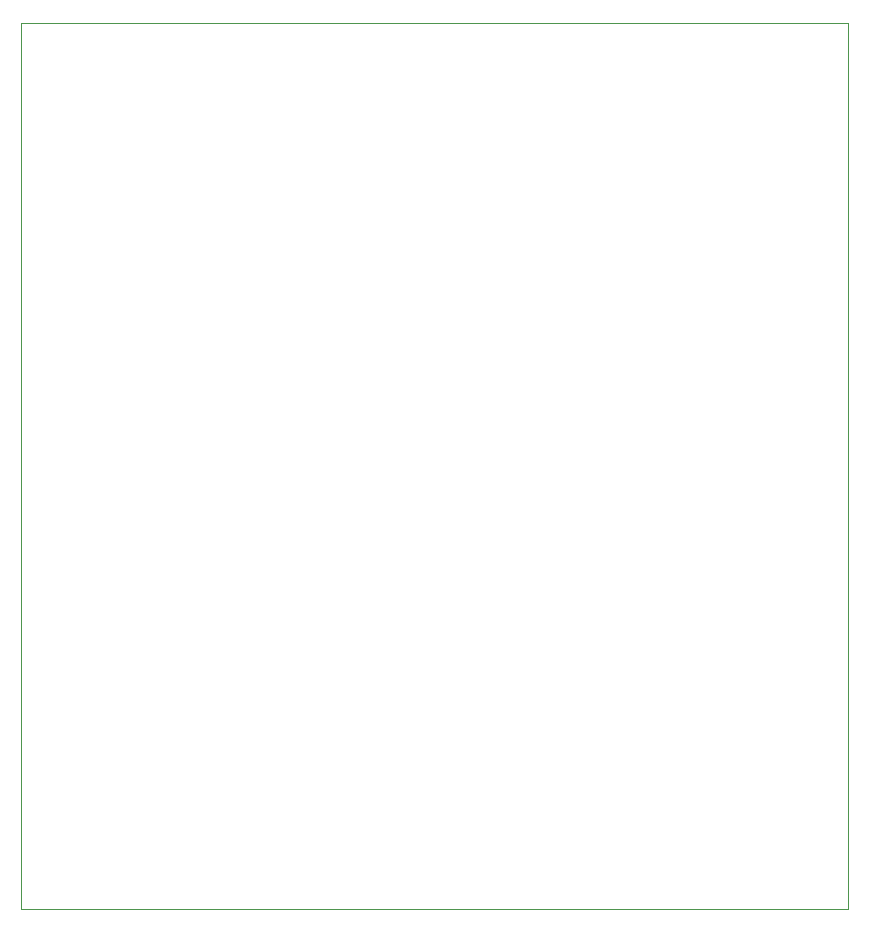
<source format=gbr>
%TF.GenerationSoftware,KiCad,Pcbnew,9.0.0*%
%TF.CreationDate,2025-03-04T12:47:50-05:00*%
%TF.ProjectId,TermoINteligente,5465726d-6f49-44e7-9465-6c6967656e74,rev?*%
%TF.SameCoordinates,Original*%
%TF.FileFunction,Profile,NP*%
%FSLAX46Y46*%
G04 Gerber Fmt 4.6, Leading zero omitted, Abs format (unit mm)*
G04 Created by KiCad (PCBNEW 9.0.0) date 2025-03-04 12:47:50*
%MOMM*%
%LPD*%
G01*
G04 APERTURE LIST*
%TA.AperFunction,Profile*%
%ADD10C,0.050000*%
%TD*%
G04 APERTURE END LIST*
D10*
X120000000Y-62000000D02*
X190000000Y-62000000D01*
X190000000Y-137000000D01*
X120000000Y-137000000D01*
X120000000Y-62000000D01*
M02*

</source>
